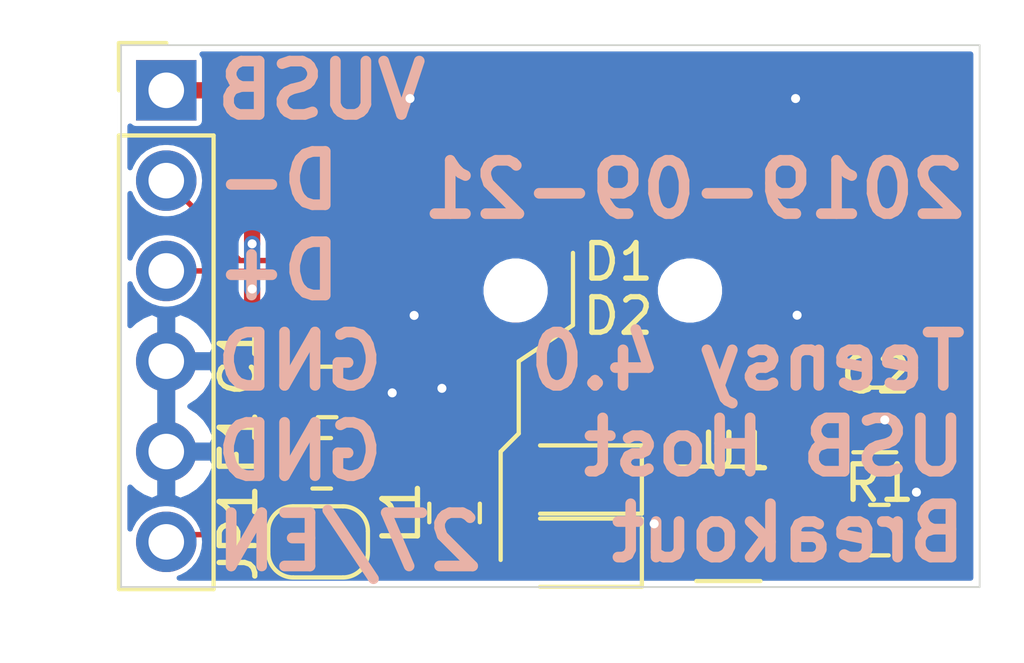
<source format=kicad_pcb>
(kicad_pcb (version 20171130) (host pcbnew "(5.1.4-0-10_14)")

  (general
    (thickness 1.6)
    (drawings 16)
    (tracks 99)
    (zones 0)
    (modules 11)
    (nets 11)
  )

  (page A4)
  (layers
    (0 F.Cu signal)
    (31 B.Cu signal)
    (32 B.Adhes user)
    (33 F.Adhes user)
    (34 B.Paste user)
    (35 F.Paste user)
    (36 B.SilkS user)
    (37 F.SilkS user)
    (38 B.Mask user)
    (39 F.Mask user)
    (40 Dwgs.User user)
    (41 Cmts.User user)
    (42 Eco1.User user)
    (43 Eco2.User user)
    (44 Edge.Cuts user)
    (45 Margin user)
    (46 B.CrtYd user)
    (47 F.CrtYd user)
    (48 B.Fab user)
    (49 F.Fab user)
  )

  (setup
    (last_trace_width 0.4572)
    (user_trace_width 0.1524)
    (user_trace_width 0.3048)
    (user_trace_width 0.4572)
    (trace_clearance 0.1524)
    (zone_clearance 0.1524)
    (zone_45_only no)
    (trace_min 0.1524)
    (via_size 0.3302)
    (via_drill 0.254)
    (via_min_size 0.3302)
    (via_min_drill 0.254)
    (user_via 0.3302 0.254)
    (uvia_size 0.3)
    (uvia_drill 0.1)
    (uvias_allowed no)
    (uvia_min_size 0.2)
    (uvia_min_drill 0.1)
    (edge_width 0.05)
    (segment_width 0.2)
    (pcb_text_width 0.3)
    (pcb_text_size 1.5 1.5)
    (mod_edge_width 0.12)
    (mod_text_size 1 1)
    (mod_text_width 0.15)
    (pad_size 1.524 1.524)
    (pad_drill 0.762)
    (pad_to_mask_clearance 0.051)
    (solder_mask_min_width 0.25)
    (aux_axis_origin 0 0)
    (visible_elements FFFFFF7F)
    (pcbplotparams
      (layerselection 0x010fc_ffffffff)
      (usegerberextensions false)
      (usegerberattributes false)
      (usegerberadvancedattributes false)
      (creategerberjobfile false)
      (excludeedgelayer true)
      (linewidth 0.100000)
      (plotframeref false)
      (viasonmask false)
      (mode 1)
      (useauxorigin false)
      (hpglpennumber 1)
      (hpglpenspeed 20)
      (hpglpendiameter 15.000000)
      (psnegative false)
      (psa4output false)
      (plotreference true)
      (plotvalue true)
      (plotinvisibletext false)
      (padsonsilk false)
      (subtractmaskfromsilk false)
      (outputformat 1)
      (mirror false)
      (drillshape 1)
      (scaleselection 1)
      (outputdirectory ""))
  )

  (net 0 "")
  (net 1 GND)
  (net 2 /VUSB)
  (net 3 /VBUS)
  (net 4 "Net-(D1-Pad2)")
  (net 5 "Net-(D1-Pad1)")
  (net 6 "Net-(F1-Pad1)")
  (net 7 /27)
  (net 8 /D+)
  (net 9 /D-)
  (net 10 "Net-(JP1-Pad2)")

  (net_class Default "This is the default net class."
    (clearance 0.1524)
    (trace_width 0.1524)
    (via_dia 0.3302)
    (via_drill 0.254)
    (uvia_dia 0.3)
    (uvia_drill 0.1)
    (add_net /27)
    (add_net /D+)
    (add_net /D-)
    (add_net /VBUS)
    (add_net /VUSB)
    (add_net GND)
    (add_net "Net-(D1-Pad1)")
    (add_net "Net-(D1-Pad2)")
    (add_net "Net-(F1-Pad1)")
    (add_net "Net-(JP1-Pad2)")
  )

  (module Capacitor_SMD:C_1206_3216Metric_Pad1.42x1.75mm_HandSolder (layer F.Cu) (tedit 5B301BBE) (tstamp 5D856E8C)
    (at 178.6636 113.411)
    (descr "Capacitor SMD 1206 (3216 Metric), square (rectangular) end terminal, IPC_7351 nominal with elongated pad for handsoldering. (Body size source: http://www.tortai-tech.com/upload/download/2011102023233369053.pdf), generated with kicad-footprint-generator")
    (tags "capacitor handsolder")
    (path /5D85B796)
    (attr smd)
    (fp_text reference C2 (at 0.0254 -1.27) (layer F.SilkS)
      (effects (font (size 1 1) (thickness 0.15)))
    )
    (fp_text value 100u (at 0 1.82) (layer F.Fab)
      (effects (font (size 1 1) (thickness 0.15)))
    )
    (fp_text user %R (at 0 0) (layer F.Fab)
      (effects (font (size 0.8 0.8) (thickness 0.12)))
    )
    (fp_line (start 2.45 1.12) (end -2.45 1.12) (layer F.CrtYd) (width 0.05))
    (fp_line (start 2.45 -1.12) (end 2.45 1.12) (layer F.CrtYd) (width 0.05))
    (fp_line (start -2.45 -1.12) (end 2.45 -1.12) (layer F.CrtYd) (width 0.05))
    (fp_line (start -2.45 1.12) (end -2.45 -1.12) (layer F.CrtYd) (width 0.05))
    (fp_line (start -0.602064 0.91) (end 0.602064 0.91) (layer F.SilkS) (width 0.12))
    (fp_line (start -0.602064 -0.91) (end 0.602064 -0.91) (layer F.SilkS) (width 0.12))
    (fp_line (start 1.6 0.8) (end -1.6 0.8) (layer F.Fab) (width 0.1))
    (fp_line (start 1.6 -0.8) (end 1.6 0.8) (layer F.Fab) (width 0.1))
    (fp_line (start -1.6 -0.8) (end 1.6 -0.8) (layer F.Fab) (width 0.1))
    (fp_line (start -1.6 0.8) (end -1.6 -0.8) (layer F.Fab) (width 0.1))
    (pad 2 smd roundrect (at 1.4875 0) (size 1.425 1.75) (layers F.Cu F.Paste F.Mask) (roundrect_rratio 0.175439)
      (net 1 GND))
    (pad 1 smd roundrect (at -1.4875 0) (size 1.425 1.75) (layers F.Cu F.Paste F.Mask) (roundrect_rratio 0.175439)
      (net 3 /VBUS))
    (model ${KISYS3DMOD}/Capacitor_SMD.3dshapes/C_1206_3216Metric.wrl
      (at (xyz 0 0 0))
      (scale (xyz 1 1 1))
      (rotate (xyz 0 0 0))
    )
  )

  (module Capacitor_SMD:C_0805_2012Metric_Pad1.15x1.40mm_HandSolder (layer F.Cu) (tedit 5B36C52B) (tstamp 5D8595C7)
    (at 163.2712 112.6236)
    (descr "Capacitor SMD 0805 (2012 Metric), square (rectangular) end terminal, IPC_7351 nominal with elongated pad for handsoldering. (Body size source: https://docs.google.com/spreadsheets/d/1BsfQQcO9C6DZCsRaXUlFlo91Tg2WpOkGARC1WS5S8t0/edit?usp=sharing), generated with kicad-footprint-generator")
    (tags "capacitor handsolder")
    (path /5D85C976)
    (attr smd)
    (fp_text reference C1 (at -2.4892 -0.8636 90) (layer F.SilkS)
      (effects (font (size 1 1) (thickness 0.15)))
    )
    (fp_text value 2u2 (at 0 1.65) (layer F.Fab)
      (effects (font (size 1 1) (thickness 0.15)))
    )
    (fp_text user %R (at 0 0) (layer F.Fab)
      (effects (font (size 0.5 0.5) (thickness 0.08)))
    )
    (fp_line (start 1.85 0.95) (end -1.85 0.95) (layer F.CrtYd) (width 0.05))
    (fp_line (start 1.85 -0.95) (end 1.85 0.95) (layer F.CrtYd) (width 0.05))
    (fp_line (start -1.85 -0.95) (end 1.85 -0.95) (layer F.CrtYd) (width 0.05))
    (fp_line (start -1.85 0.95) (end -1.85 -0.95) (layer F.CrtYd) (width 0.05))
    (fp_line (start -0.261252 0.71) (end 0.261252 0.71) (layer F.SilkS) (width 0.12))
    (fp_line (start -0.261252 -0.71) (end 0.261252 -0.71) (layer F.SilkS) (width 0.12))
    (fp_line (start 1 0.6) (end -1 0.6) (layer F.Fab) (width 0.1))
    (fp_line (start 1 -0.6) (end 1 0.6) (layer F.Fab) (width 0.1))
    (fp_line (start -1 -0.6) (end 1 -0.6) (layer F.Fab) (width 0.1))
    (fp_line (start -1 0.6) (end -1 -0.6) (layer F.Fab) (width 0.1))
    (pad 2 smd roundrect (at 1.025 0) (size 1.15 1.4) (layers F.Cu F.Paste F.Mask) (roundrect_rratio 0.217391)
      (net 1 GND))
    (pad 1 smd roundrect (at -1.025 0) (size 1.15 1.4) (layers F.Cu F.Paste F.Mask) (roundrect_rratio 0.217391)
      (net 2 /VUSB))
    (model ${KISYS3DMOD}/Capacitor_SMD.3dshapes/C_0805_2012Metric.wrl
      (at (xyz 0 0 0))
      (scale (xyz 1 1 1))
      (rotate (xyz 0 0 0))
    )
  )

  (module Inductor_SMD:L_0805_2012Metric_Pad1.15x1.40mm_HandSolder (layer F.Cu) (tedit 5B36C52B) (tstamp 5D856EC3)
    (at 163.1188 114.6302 180)
    (descr "Capacitor SMD 0805 (2012 Metric), square (rectangular) end terminal, IPC_7351 nominal with elongated pad for handsoldering. (Body size source: https://docs.google.com/spreadsheets/d/1BsfQQcO9C6DZCsRaXUlFlo91Tg2WpOkGARC1WS5S8t0/edit?usp=sharing), generated with kicad-footprint-generator")
    (tags "inductor handsolder")
    (path /5D860271)
    (attr smd)
    (fp_text reference F1 (at 2.3368 0.5842 90) (layer F.SilkS)
      (effects (font (size 1 1) (thickness 0.15)))
    )
    (fp_text value 500mA (at 0 1.65) (layer F.Fab)
      (effects (font (size 1 1) (thickness 0.15)))
    )
    (fp_text user %R (at 0 0) (layer F.Fab)
      (effects (font (size 0.5 0.5) (thickness 0.08)))
    )
    (fp_line (start 1.85 0.95) (end -1.85 0.95) (layer F.CrtYd) (width 0.05))
    (fp_line (start 1.85 -0.95) (end 1.85 0.95) (layer F.CrtYd) (width 0.05))
    (fp_line (start -1.85 -0.95) (end 1.85 -0.95) (layer F.CrtYd) (width 0.05))
    (fp_line (start -1.85 0.95) (end -1.85 -0.95) (layer F.CrtYd) (width 0.05))
    (fp_line (start -0.261252 0.71) (end 0.261252 0.71) (layer F.SilkS) (width 0.12))
    (fp_line (start -0.261252 -0.71) (end 0.261252 -0.71) (layer F.SilkS) (width 0.12))
    (fp_line (start 1 0.6) (end -1 0.6) (layer F.Fab) (width 0.1))
    (fp_line (start 1 -0.6) (end 1 0.6) (layer F.Fab) (width 0.1))
    (fp_line (start -1 -0.6) (end 1 -0.6) (layer F.Fab) (width 0.1))
    (fp_line (start -1 0.6) (end -1 -0.6) (layer F.Fab) (width 0.1))
    (pad 2 smd roundrect (at 1.025 0 180) (size 1.15 1.4) (layers F.Cu F.Paste F.Mask) (roundrect_rratio 0.217391)
      (net 2 /VUSB))
    (pad 1 smd roundrect (at -1.025 0 180) (size 1.15 1.4) (layers F.Cu F.Paste F.Mask) (roundrect_rratio 0.217391)
      (net 6 "Net-(F1-Pad1)"))
    (model ${KISYS3DMOD}/Inductor_SMD.3dshapes/L_0805_2012Metric.wrl
      (at (xyz 0 0 0))
      (scale (xyz 1 1 1))
      (rotate (xyz 0 0 0))
    )
  )

  (module Package_TO_SOT_SMD:SOT-23-6 (layer F.Cu) (tedit 5A02FF57) (tstamp 5D859970)
    (at 174.5488 116.332)
    (descr "6-pin SOT-23 package")
    (tags SOT-23-6)
    (path /5D8543F9)
    (attr smd)
    (fp_text reference U1 (at 0.2032 -2.032) (layer F.SilkS)
      (effects (font (size 1 1) (thickness 0.15)))
    )
    (fp_text value TPD3S014 (at 0 2.9) (layer F.Fab)
      (effects (font (size 1 1) (thickness 0.15)))
    )
    (fp_line (start 0.9 -1.55) (end 0.9 1.55) (layer F.Fab) (width 0.1))
    (fp_line (start 0.9 1.55) (end -0.9 1.55) (layer F.Fab) (width 0.1))
    (fp_line (start -0.9 -0.9) (end -0.9 1.55) (layer F.Fab) (width 0.1))
    (fp_line (start 0.9 -1.55) (end -0.25 -1.55) (layer F.Fab) (width 0.1))
    (fp_line (start -0.9 -0.9) (end -0.25 -1.55) (layer F.Fab) (width 0.1))
    (fp_line (start -1.9 -1.8) (end -1.9 1.8) (layer F.CrtYd) (width 0.05))
    (fp_line (start -1.9 1.8) (end 1.9 1.8) (layer F.CrtYd) (width 0.05))
    (fp_line (start 1.9 1.8) (end 1.9 -1.8) (layer F.CrtYd) (width 0.05))
    (fp_line (start 1.9 -1.8) (end -1.9 -1.8) (layer F.CrtYd) (width 0.05))
    (fp_line (start 0.9 -1.61) (end -1.55 -1.61) (layer F.SilkS) (width 0.12))
    (fp_line (start -0.9 1.61) (end 0.9 1.61) (layer F.SilkS) (width 0.12))
    (fp_text user %R (at 0 0 90) (layer F.Fab)
      (effects (font (size 0.5 0.5) (thickness 0.075)))
    )
    (pad 5 smd rect (at 1.1 0) (size 1.06 0.65) (layers F.Cu F.Paste F.Mask)
      (net 8 /D+))
    (pad 6 smd rect (at 1.1 -0.95) (size 1.06 0.65) (layers F.Cu F.Paste F.Mask)
      (net 9 /D-))
    (pad 4 smd rect (at 1.1 0.95) (size 1.06 0.65) (layers F.Cu F.Paste F.Mask)
      (net 3 /VBUS))
    (pad 3 smd rect (at -1.1 0.95) (size 1.06 0.65) (layers F.Cu F.Paste F.Mask)
      (net 5 "Net-(D1-Pad1)"))
    (pad 2 smd rect (at -1.1 0) (size 1.06 0.65) (layers F.Cu F.Paste F.Mask)
      (net 1 GND))
    (pad 1 smd rect (at -1.1 -0.95) (size 1.06 0.65) (layers F.Cu F.Paste F.Mask)
      (net 10 "Net-(JP1-Pad2)"))
    (model ${KISYS3DMOD}/Package_TO_SOT_SMD.3dshapes/SOT-23-6.wrl
      (at (xyz 0 0 0))
      (scale (xyz 1 1 1))
      (rotate (xyz 0 0 0))
    )
  )

  (module Resistor_SMD:R_0805_2012Metric_Pad1.15x1.40mm_HandSolder (layer F.Cu) (tedit 5B36C52B) (tstamp 5D856F24)
    (at 178.7906 116.5098)
    (descr "Resistor SMD 0805 (2012 Metric), square (rectangular) end terminal, IPC_7351 nominal with elongated pad for handsoldering. (Body size source: https://docs.google.com/spreadsheets/d/1BsfQQcO9C6DZCsRaXUlFlo91Tg2WpOkGARC1WS5S8t0/edit?usp=sharing), generated with kicad-footprint-generator")
    (tags "resistor handsolder")
    (path /5D85600F)
    (attr smd)
    (fp_text reference R1 (at 0 -1.3208) (layer F.SilkS)
      (effects (font (size 1 1) (thickness 0.15)))
    )
    (fp_text value 100k (at 0 1.65) (layer F.Fab)
      (effects (font (size 1 1) (thickness 0.15)))
    )
    (fp_text user %R (at 0 0) (layer F.Fab)
      (effects (font (size 0.5 0.5) (thickness 0.08)))
    )
    (fp_line (start 1.85 0.95) (end -1.85 0.95) (layer F.CrtYd) (width 0.05))
    (fp_line (start 1.85 -0.95) (end 1.85 0.95) (layer F.CrtYd) (width 0.05))
    (fp_line (start -1.85 -0.95) (end 1.85 -0.95) (layer F.CrtYd) (width 0.05))
    (fp_line (start -1.85 0.95) (end -1.85 -0.95) (layer F.CrtYd) (width 0.05))
    (fp_line (start -0.261252 0.71) (end 0.261252 0.71) (layer F.SilkS) (width 0.12))
    (fp_line (start -0.261252 -0.71) (end 0.261252 -0.71) (layer F.SilkS) (width 0.12))
    (fp_line (start 1 0.6) (end -1 0.6) (layer F.Fab) (width 0.1))
    (fp_line (start 1 -0.6) (end 1 0.6) (layer F.Fab) (width 0.1))
    (fp_line (start -1 -0.6) (end 1 -0.6) (layer F.Fab) (width 0.1))
    (fp_line (start -1 0.6) (end -1 -0.6) (layer F.Fab) (width 0.1))
    (pad 2 smd roundrect (at 1.025 0) (size 1.15 1.4) (layers F.Cu F.Paste F.Mask) (roundrect_rratio 0.217391)
      (net 1 GND))
    (pad 1 smd roundrect (at -1.025 0) (size 1.15 1.4) (layers F.Cu F.Paste F.Mask) (roundrect_rratio 0.217391)
      (net 10 "Net-(JP1-Pad2)"))
    (model ${KISYS3DMOD}/Resistor_SMD.3dshapes/R_0805_2012Metric.wrl
      (at (xyz 0 0 0))
      (scale (xyz 1 1 1))
      (rotate (xyz 0 0 0))
    )
  )

  (module Inductor_SMD:L_0805_2012Metric_Pad1.15x1.40mm_HandSolder (layer F.Cu) (tedit 5B36C52B) (tstamp 5D85974C)
    (at 166.8526 116.0272 270)
    (descr "Capacitor SMD 0805 (2012 Metric), square (rectangular) end terminal, IPC_7351 nominal with elongated pad for handsoldering. (Body size source: https://docs.google.com/spreadsheets/d/1BsfQQcO9C6DZCsRaXUlFlo91Tg2WpOkGARC1WS5S8t0/edit?usp=sharing), generated with kicad-footprint-generator")
    (tags "inductor handsolder")
    (path /5D865DA5)
    (attr smd)
    (fp_text reference L1 (at 0 1.4986 90) (layer F.SilkS)
      (effects (font (size 1 1) (thickness 0.15)))
    )
    (fp_text value "ferrite 150" (at 0 1.65 90) (layer F.Fab)
      (effects (font (size 1 1) (thickness 0.15)))
    )
    (fp_text user %R (at 0 0 90) (layer F.Fab)
      (effects (font (size 0.5 0.5) (thickness 0.08)))
    )
    (fp_line (start 1.85 0.95) (end -1.85 0.95) (layer F.CrtYd) (width 0.05))
    (fp_line (start 1.85 -0.95) (end 1.85 0.95) (layer F.CrtYd) (width 0.05))
    (fp_line (start -1.85 -0.95) (end 1.85 -0.95) (layer F.CrtYd) (width 0.05))
    (fp_line (start -1.85 0.95) (end -1.85 -0.95) (layer F.CrtYd) (width 0.05))
    (fp_line (start -0.261252 0.71) (end 0.261252 0.71) (layer F.SilkS) (width 0.12))
    (fp_line (start -0.261252 -0.71) (end 0.261252 -0.71) (layer F.SilkS) (width 0.12))
    (fp_line (start 1 0.6) (end -1 0.6) (layer F.Fab) (width 0.1))
    (fp_line (start 1 -0.6) (end 1 0.6) (layer F.Fab) (width 0.1))
    (fp_line (start -1 -0.6) (end 1 -0.6) (layer F.Fab) (width 0.1))
    (fp_line (start -1 0.6) (end -1 -0.6) (layer F.Fab) (width 0.1))
    (pad 2 smd roundrect (at 1.025 0 270) (size 1.15 1.4) (layers F.Cu F.Paste F.Mask) (roundrect_rratio 0.217391)
      (net 4 "Net-(D1-Pad2)"))
    (pad 1 smd roundrect (at -1.025 0 270) (size 1.15 1.4) (layers F.Cu F.Paste F.Mask) (roundrect_rratio 0.217391)
      (net 6 "Net-(F1-Pad1)"))
    (model ${KISYS3DMOD}/Inductor_SMD.3dshapes/L_0805_2012Metric.wrl
      (at (xyz 0 0 0))
      (scale (xyz 1 1 1))
      (rotate (xyz 0 0 0))
    )
  )

  (module Jumper:SolderJumper-2_P1.3mm_Open_RoundedPad1.0x1.5mm (layer F.Cu) (tedit 5B391E66) (tstamp 5D856F02)
    (at 163.0172 116.84)
    (descr "SMD Solder Jumper, 1x1.5mm, rounded Pads, 0.3mm gap, open")
    (tags "solder jumper open")
    (path /5D870030)
    (attr virtual)
    (fp_text reference JP1 (at -2.2352 -0.254 90) (layer F.SilkS)
      (effects (font (size 1 1) (thickness 0.15)))
    )
    (fp_text value EN (at 0.2478 2.3226) (layer F.Fab)
      (effects (font (size 1 1) (thickness 0.15)))
    )
    (fp_line (start 1.65 1.25) (end -1.65 1.25) (layer F.CrtYd) (width 0.05))
    (fp_line (start 1.65 1.25) (end 1.65 -1.25) (layer F.CrtYd) (width 0.05))
    (fp_line (start -1.65 -1.25) (end -1.65 1.25) (layer F.CrtYd) (width 0.05))
    (fp_line (start -1.65 -1.25) (end 1.65 -1.25) (layer F.CrtYd) (width 0.05))
    (fp_line (start -0.7 -1) (end 0.7 -1) (layer F.SilkS) (width 0.12))
    (fp_line (start 1.4 -0.3) (end 1.4 0.3) (layer F.SilkS) (width 0.12))
    (fp_line (start 0.7 1) (end -0.7 1) (layer F.SilkS) (width 0.12))
    (fp_line (start -1.4 0.3) (end -1.4 -0.3) (layer F.SilkS) (width 0.12))
    (fp_arc (start -0.7 -0.3) (end -0.7 -1) (angle -90) (layer F.SilkS) (width 0.12))
    (fp_arc (start -0.7 0.3) (end -1.4 0.3) (angle -90) (layer F.SilkS) (width 0.12))
    (fp_arc (start 0.7 0.3) (end 0.7 1) (angle -90) (layer F.SilkS) (width 0.12))
    (fp_arc (start 0.7 -0.3) (end 1.4 -0.3) (angle -90) (layer F.SilkS) (width 0.12))
    (pad 2 smd custom (at 0.65 0) (size 1 0.5) (layers F.Cu F.Mask)
      (net 10 "Net-(JP1-Pad2)") (zone_connect 2)
      (options (clearance outline) (anchor rect))
      (primitives
        (gr_circle (center 0 0.25) (end 0.5 0.25) (width 0))
        (gr_circle (center 0 -0.25) (end 0.5 -0.25) (width 0))
        (gr_poly (pts
           (xy 0 -0.75) (xy -0.5 -0.75) (xy -0.5 0.75) (xy 0 0.75)) (width 0))
      ))
    (pad 1 smd custom (at -0.65 0) (size 1 0.5) (layers F.Cu F.Mask)
      (net 7 /27) (zone_connect 2)
      (options (clearance outline) (anchor rect))
      (primitives
        (gr_circle (center 0 0.25) (end 0.5 0.25) (width 0))
        (gr_circle (center 0 -0.25) (end 0.5 -0.25) (width 0))
        (gr_poly (pts
           (xy 0 -0.75) (xy 0.5 -0.75) (xy 0.5 0.75) (xy 0 0.75)) (width 0))
      ))
  )

  (module USB_A_Receptacle_SMD_Wuerth_629104190121:USB_A_Receptacle_SMD_Wuerth_629104190121 (layer F.Cu) (tedit 5D7E69EB) (tstamp 5D859869)
    (at 171.0182 112.4712 180)
    (path /5D8523A9)
    (fp_text reference J2 (at 0.1 12.1) (layer F.SilkS) hide
      (effects (font (size 1 1) (thickness 0.15)))
    )
    (fp_text value USB_A (at -0.3 -2.5) (layer F.Fab)
      (effects (font (size 1 1) (thickness 0.15)))
    )
    (fp_line (start -6.55 10.8) (end -6.55 0.8) (layer Dwgs.User) (width 0.06))
    (fp_line (start -6.55 10.8) (end 6.55 10.8) (layer Dwgs.User) (width 0.06))
    (fp_line (start 6.55 0.8) (end 6.55 10.8) (layer Dwgs.User) (width 0.06))
    (fp_line (start -6.55 0.8) (end 6.55 0.8) (layer Dwgs.User) (width 0.06))
    (fp_line (start -9 9.6) (end 9 9.6) (layer Dwgs.User) (width 0.12))
    (pad "" np_thru_hole circle (at 2.45 2.7 180) (size 1.5 1.5) (drill 1.5) (layers *.Cu *.Mask))
    (pad "" np_thru_hole circle (at -2.45 2.7 180) (size 1.5 1.5) (drill 1.5) (layers *.Cu *.Mask))
    (pad 5 smd rect (at 7.625 8.1 180) (size 3.5 2) (layers F.Cu F.Paste F.Mask)
      (net 1 GND))
    (pad 5 smd rect (at 7.625 2 180) (size 3.5 2) (layers F.Cu F.Paste F.Mask)
      (net 1 GND))
    (pad 5 smd rect (at -7.625 8.1 180) (size 3.5 2) (layers F.Cu F.Paste F.Mask)
      (net 1 GND))
    (pad 5 smd rect (at -7.625 2 180) (size 3.5 2) (layers F.Cu F.Paste F.Mask)
      (net 1 GND))
    (pad 4 smd rect (at 3.5 0 180) (size 1.25 2) (layers F.Cu F.Paste F.Mask)
      (net 1 GND))
    (pad 3 smd rect (at 1 0 180) (size 1.25 2) (layers F.Cu F.Paste F.Mask)
      (net 8 /D+))
    (pad 2 smd rect (at -1 0 180) (size 1.25 2) (layers F.Cu F.Paste F.Mask)
      (net 9 /D-))
    (pad 1 smd rect (at -3.5 0 180) (size 1.25 2) (layers F.Cu F.Paste F.Mask)
      (net 3 /VBUS))
  )

  (module Connector_PinHeader_2.54mm:PinHeader_1x06_P2.54mm_Vertical (layer F.Cu) (tedit 59FED5CC) (tstamp 5D856EDD)
    (at 158.75 104.14)
    (descr "Through hole straight pin header, 1x06, 2.54mm pitch, single row")
    (tags "Through hole pin header THT 1x06 2.54mm single row")
    (path /5D850F31)
    (fp_text reference J1 (at 0 -2.33) (layer F.SilkS) hide
      (effects (font (size 1 1) (thickness 0.15)))
    )
    (fp_text value Conn_01x06 (at 0 15.03) (layer F.Fab)
      (effects (font (size 1 1) (thickness 0.15)))
    )
    (fp_text user %R (at 0 6.35 90) (layer F.Fab)
      (effects (font (size 1 1) (thickness 0.15)))
    )
    (fp_line (start 1.8 -1.8) (end -1.8 -1.8) (layer F.CrtYd) (width 0.05))
    (fp_line (start 1.8 14.5) (end 1.8 -1.8) (layer F.CrtYd) (width 0.05))
    (fp_line (start -1.8 14.5) (end 1.8 14.5) (layer F.CrtYd) (width 0.05))
    (fp_line (start -1.8 -1.8) (end -1.8 14.5) (layer F.CrtYd) (width 0.05))
    (fp_line (start -1.33 -1.33) (end 0 -1.33) (layer F.SilkS) (width 0.12))
    (fp_line (start -1.33 0) (end -1.33 -1.33) (layer F.SilkS) (width 0.12))
    (fp_line (start -1.33 1.27) (end 1.33 1.27) (layer F.SilkS) (width 0.12))
    (fp_line (start 1.33 1.27) (end 1.33 14.03) (layer F.SilkS) (width 0.12))
    (fp_line (start -1.33 1.27) (end -1.33 14.03) (layer F.SilkS) (width 0.12))
    (fp_line (start -1.33 14.03) (end 1.33 14.03) (layer F.SilkS) (width 0.12))
    (fp_line (start -1.27 -0.635) (end -0.635 -1.27) (layer F.Fab) (width 0.1))
    (fp_line (start -1.27 13.97) (end -1.27 -0.635) (layer F.Fab) (width 0.1))
    (fp_line (start 1.27 13.97) (end -1.27 13.97) (layer F.Fab) (width 0.1))
    (fp_line (start 1.27 -1.27) (end 1.27 13.97) (layer F.Fab) (width 0.1))
    (fp_line (start -0.635 -1.27) (end 1.27 -1.27) (layer F.Fab) (width 0.1))
    (pad 6 thru_hole oval (at 0 12.7) (size 1.7 1.7) (drill 1) (layers *.Cu *.Mask)
      (net 7 /27))
    (pad 5 thru_hole oval (at 0 10.16) (size 1.7 1.7) (drill 1) (layers *.Cu *.Mask)
      (net 1 GND))
    (pad 4 thru_hole oval (at 0 7.62) (size 1.7 1.7) (drill 1) (layers *.Cu *.Mask)
      (net 1 GND))
    (pad 3 thru_hole oval (at 0 5.08) (size 1.7 1.7) (drill 1) (layers *.Cu *.Mask)
      (net 8 /D+))
    (pad 2 thru_hole oval (at 0 2.54) (size 1.7 1.7) (drill 1) (layers *.Cu *.Mask)
      (net 9 /D-))
    (pad 1 thru_hole rect (at 0 0) (size 1.7 1.7) (drill 1) (layers *.Cu *.Mask)
      (net 2 /VUSB))
    (model ${KISYS3DMOD}/Connector_PinHeader_2.54mm.3dshapes/PinHeader_1x06_P2.54mm_Vertical.wrl
      (at (xyz 0 0 0))
      (scale (xyz 1 1 1))
      (rotate (xyz 0 0 0))
    )
  )

  (module Diode_SMD:D_0805_2012Metric_Pad1.15x1.40mm_HandSolder (layer F.Cu) (tedit 5B4B45C8) (tstamp 5D856EB2)
    (at 170.2562 117.1448 180)
    (descr "Diode SMD 0805 (2012 Metric), square (rectangular) end terminal, IPC_7351 nominal, (Body size source: https://docs.google.com/spreadsheets/d/1BsfQQcO9C6DZCsRaXUlFlo91Tg2WpOkGARC1WS5S8t0/edit?usp=sharing), generated with kicad-footprint-generator")
    (tags "diode handsolder")
    (path /5D862829)
    (attr smd)
    (fp_text reference D2 (at -1.1938 6.6548) (layer F.SilkS)
      (effects (font (size 1 1) (thickness 0.15)))
    )
    (fp_text value 1A (at 0 1.65) (layer F.Fab)
      (effects (font (size 1 1) (thickness 0.15)))
    )
    (fp_text user %R (at 0 0) (layer F.Fab)
      (effects (font (size 0.5 0.5) (thickness 0.08)))
    )
    (fp_line (start 1.85 0.95) (end -1.85 0.95) (layer F.CrtYd) (width 0.05))
    (fp_line (start 1.85 -0.95) (end 1.85 0.95) (layer F.CrtYd) (width 0.05))
    (fp_line (start -1.85 -0.95) (end 1.85 -0.95) (layer F.CrtYd) (width 0.05))
    (fp_line (start -1.85 0.95) (end -1.85 -0.95) (layer F.CrtYd) (width 0.05))
    (fp_line (start -1.86 0.96) (end 1 0.96) (layer F.SilkS) (width 0.12))
    (fp_line (start -1.86 -0.96) (end -1.86 0.96) (layer F.SilkS) (width 0.12))
    (fp_line (start 1 -0.96) (end -1.86 -0.96) (layer F.SilkS) (width 0.12))
    (fp_line (start 1 0.6) (end 1 -0.6) (layer F.Fab) (width 0.1))
    (fp_line (start -1 0.6) (end 1 0.6) (layer F.Fab) (width 0.1))
    (fp_line (start -1 -0.3) (end -1 0.6) (layer F.Fab) (width 0.1))
    (fp_line (start -0.7 -0.6) (end -1 -0.3) (layer F.Fab) (width 0.1))
    (fp_line (start 1 -0.6) (end -0.7 -0.6) (layer F.Fab) (width 0.1))
    (pad 2 smd roundrect (at 1.025 0 180) (size 1.15 1.4) (layers F.Cu F.Paste F.Mask) (roundrect_rratio 0.217391)
      (net 4 "Net-(D1-Pad2)"))
    (pad 1 smd roundrect (at -1.025 0 180) (size 1.15 1.4) (layers F.Cu F.Paste F.Mask) (roundrect_rratio 0.217391)
      (net 5 "Net-(D1-Pad1)"))
    (model ${KISYS3DMOD}/Diode_SMD.3dshapes/D_0805_2012Metric.wrl
      (at (xyz 0 0 0))
      (scale (xyz 1 1 1))
      (rotate (xyz 0 0 0))
    )
  )

  (module Diode_SMD:D_0805_2012Metric_Pad1.15x1.40mm_HandSolder (layer F.Cu) (tedit 5B4B45C8) (tstamp 5D856E9F)
    (at 170.2562 115.0874 180)
    (descr "Diode SMD 0805 (2012 Metric), square (rectangular) end terminal, IPC_7351 nominal, (Body size source: https://docs.google.com/spreadsheets/d/1BsfQQcO9C6DZCsRaXUlFlo91Tg2WpOkGARC1WS5S8t0/edit?usp=sharing), generated with kicad-footprint-generator")
    (tags "diode handsolder")
    (path /5D863E89)
    (attr smd)
    (fp_text reference D1 (at -1.1938 6.1214) (layer F.SilkS)
      (effects (font (size 1 1) (thickness 0.15)))
    )
    (fp_text value 1A (at 0 1.65) (layer F.Fab)
      (effects (font (size 1 1) (thickness 0.15)))
    )
    (fp_text user %R (at 0 0) (layer F.Fab)
      (effects (font (size 0.5 0.5) (thickness 0.08)))
    )
    (fp_line (start 1.85 0.95) (end -1.85 0.95) (layer F.CrtYd) (width 0.05))
    (fp_line (start 1.85 -0.95) (end 1.85 0.95) (layer F.CrtYd) (width 0.05))
    (fp_line (start -1.85 -0.95) (end 1.85 -0.95) (layer F.CrtYd) (width 0.05))
    (fp_line (start -1.85 0.95) (end -1.85 -0.95) (layer F.CrtYd) (width 0.05))
    (fp_line (start -1.86 0.96) (end 1 0.96) (layer F.SilkS) (width 0.12))
    (fp_line (start -1.86 -0.96) (end -1.86 0.96) (layer F.SilkS) (width 0.12))
    (fp_line (start 1 -0.96) (end -1.86 -0.96) (layer F.SilkS) (width 0.12))
    (fp_line (start 1 0.6) (end 1 -0.6) (layer F.Fab) (width 0.1))
    (fp_line (start -1 0.6) (end 1 0.6) (layer F.Fab) (width 0.1))
    (fp_line (start -1 -0.3) (end -1 0.6) (layer F.Fab) (width 0.1))
    (fp_line (start -0.7 -0.6) (end -1 -0.3) (layer F.Fab) (width 0.1))
    (fp_line (start 1 -0.6) (end -0.7 -0.6) (layer F.Fab) (width 0.1))
    (pad 2 smd roundrect (at 1.025 0 180) (size 1.15 1.4) (layers F.Cu F.Paste F.Mask) (roundrect_rratio 0.217391)
      (net 4 "Net-(D1-Pad2)"))
    (pad 1 smd roundrect (at -1.025 0 180) (size 1.15 1.4) (layers F.Cu F.Paste F.Mask) (roundrect_rratio 0.217391)
      (net 5 "Net-(D1-Pad1)"))
    (model ${KISYS3DMOD}/Diode_SMD.3dshapes/D_0805_2012Metric.wrl
      (at (xyz 0 0 0))
      (scale (xyz 1 1 1))
      (rotate (xyz 0 0 0))
    )
  )

  (gr_line (start 168.148 114.3) (end 168.148 117.348) (layer F.SilkS) (width 0.12))
  (gr_line (start 168.656 113.792) (end 168.148 114.3) (layer F.SilkS) (width 0.12))
  (gr_line (start 168.656 111.76) (end 168.656 113.792) (layer F.SilkS) (width 0.12))
  (gr_line (start 170.18 110.744) (end 168.656 111.76) (layer F.SilkS) (width 0.12))
  (gr_line (start 170.18 108.712) (end 170.18 110.744) (layer F.SilkS) (width 0.12))
  (gr_text "2019-09-21\n\nTeensy 4.0\nUSB Host\nBreakout\n" (at 181.356 111.76) (layer B.SilkS) (tstamp 5D85A7F4)
    (effects (font (size 1.5 1.5) (thickness 0.3)) (justify left mirror))
  )
  (gr_text 27/EN (at 160.02 116.84) (layer B.SilkS) (tstamp 5D85A6DC)
    (effects (font (size 1.5 1.5) (thickness 0.3)) (justify right mirror))
  )
  (gr_text GND (at 160.02 114.3) (layer B.SilkS) (tstamp 5D85A6DC)
    (effects (font (size 1.5 1.5) (thickness 0.3)) (justify right mirror))
  )
  (gr_text GND (at 160.02 111.76) (layer B.SilkS) (tstamp 5D85A6DC)
    (effects (font (size 1.5 1.5) (thickness 0.3)) (justify right mirror))
  )
  (gr_text D+ (at 160.02 109.22) (layer B.SilkS) (tstamp 5D85A6DC)
    (effects (font (size 1.5 1.5) (thickness 0.3)) (justify right mirror))
  )
  (gr_text D- (at 160.02 106.68) (layer B.SilkS) (tstamp 5D85A6DC)
    (effects (font (size 1.5 1.5) (thickness 0.3)) (justify right mirror))
  )
  (gr_text VUSB (at 160.02 104.14) (layer B.SilkS)
    (effects (font (size 1.5 1.5) (thickness 0.3)) (justify right mirror))
  )
  (gr_line (start 157.48 118.11) (end 157.48 102.87) (layer Edge.Cuts) (width 0.05) (tstamp 5D859397))
  (gr_line (start 181.61 118.11) (end 157.48 118.11) (layer Edge.Cuts) (width 0.05))
  (gr_line (start 181.61 102.87) (end 181.61 118.11) (layer Edge.Cuts) (width 0.05))
  (gr_line (start 157.48 102.87) (end 181.61 102.87) (layer Edge.Cuts) (width 0.05))

  (segment (start 163.3932 104.3712) (end 165.6004 104.3712) (width 0.4572) (layer F.Cu) (net 1) (status 10))
  (via (at 165.6004 104.3712) (size 0.3302) (drill 0.254) (layers F.Cu B.Cu) (net 1))
  (segment (start 165.6284 104.3432) (end 165.6004 104.3712) (width 0.4572) (layer F.Cu) (net 1))
  (segment (start 176.436 104.3712) (end 176.4334 104.3686) (width 0.4572) (layer F.Cu) (net 1))
  (segment (start 178.6432 104.3712) (end 176.436 104.3712) (width 0.4572) (layer F.Cu) (net 1) (status 10))
  (via (at 176.436 104.3712) (size 0.3302) (drill 0.254) (layers F.Cu B.Cu) (net 1))
  (via (at 176.4792 110.4646) (size 0.3302) (drill 0.254) (layers F.Cu B.Cu) (net 1))
  (segment (start 176.4858 110.4712) (end 176.4792 110.4646) (width 0.4572) (layer F.Cu) (net 1))
  (segment (start 178.6432 110.4712) (end 176.4858 110.4712) (width 0.4572) (layer F.Cu) (net 1) (status 10))
  (segment (start 165.0746 112.6236) (end 165.1 112.649) (width 0.4572) (layer F.Cu) (net 1))
  (via (at 165.1 112.649) (size 0.3302) (drill 0.254) (layers F.Cu B.Cu) (net 1))
  (segment (start 164.1462 112.6236) (end 165.0746 112.6236) (width 0.4572) (layer F.Cu) (net 1) (status 10))
  (via (at 166.497 112.522) (size 0.3302) (drill 0.254) (layers F.Cu B.Cu) (net 1))
  (segment (start 166.5478 112.4712) (end 166.497 112.522) (width 0.4572) (layer F.Cu) (net 1))
  (segment (start 167.5182 112.4712) (end 166.5478 112.4712) (width 0.4572) (layer F.Cu) (net 1) (status 10))
  (via (at 165.7162 110.4712) (size 0.3302) (drill 0.254) (layers F.Cu B.Cu) (net 1))
  (segment (start 165.7162 110.4712) (end 163.3932 110.4712) (width 0.4572) (layer F.Cu) (net 1) (status 20))
  (segment (start 173.4488 116.332) (end 172.4616 116.332) (width 0.4572) (layer F.Cu) (net 1))
  (via (at 172.4616 116.332) (size 0.3302) (drill 0.254) (layers F.Cu B.Cu) (net 1))
  (segment (start 179.4636 116.1578) (end 179.8156 116.5098) (width 0.4572) (layer F.Cu) (net 1))
  (segment (start 179.832 115.443) (end 179.4636 116.1578) (width 0.4572) (layer F.Cu) (net 1))
  (via (at 179.832 115.443) (size 0.3302) (drill 0.254) (layers F.Cu B.Cu) (net 1))
  (segment (start 180.1511 113.411) (end 179.3386 113.411) (width 0.4572) (layer F.Cu) (net 1))
  (via (at 178.943 113.411) (size 0.3302) (drill 0.254) (layers F.Cu B.Cu) (net 1))
  (segment (start 179.3386 113.411) (end 178.943 113.411) (width 0.4572) (layer F.Cu) (net 1))
  (segment (start 161.897128 112.124528) (end 161.610726 112.124528) (width 0.4572) (layer F.Cu) (net 2) (status 10))
  (segment (start 161.610726 112.124528) (end 161.163 111.676802) (width 0.4572) (layer F.Cu) (net 2))
  (segment (start 162.3962 112.6236) (end 161.897128 112.124528) (width 0.4572) (layer F.Cu) (net 2) (status 30))
  (via (at 161.163 109.728) (size 0.3302) (drill 0.254) (layers F.Cu B.Cu) (net 2))
  (segment (start 161.163 111.676802) (end 161.163 109.728) (width 0.4572) (layer F.Cu) (net 2))
  (segment (start 161.163 109.728) (end 161.163 108.458) (width 0.4572) (layer B.Cu) (net 2))
  (via (at 161.163 108.458) (size 0.3302) (drill 0.254) (layers F.Cu B.Cu) (net 2))
  (segment (start 161.163 105.2458) (end 160.0572 104.14) (width 0.4572) (layer F.Cu) (net 2))
  (segment (start 160.0572 104.14) (end 158.75 104.14) (width 0.4572) (layer F.Cu) (net 2) (status 20))
  (segment (start 161.163 108.458) (end 161.163 105.2458) (width 0.4572) (layer F.Cu) (net 2))
  (segment (start 162.0938 112.926) (end 162.3962 112.6236) (width 0.4572) (layer F.Cu) (net 2) (status 30))
  (segment (start 162.0938 114.6302) (end 162.0938 112.926) (width 0.4572) (layer F.Cu) (net 2) (status 30))
  (segment (start 175.6358 113.5888) (end 174.5182 112.4712) (width 0.4572) (layer F.Cu) (net 3) (status 20))
  (segment (start 177.8636 113.5888) (end 175.6358 113.5888) (width 0.4572) (layer F.Cu) (net 3) (status 10))
  (segment (start 176.80959 115.798424) (end 177.8636 114.744414) (width 0.4572) (layer F.Cu) (net 3))
  (segment (start 177.8636 114.744414) (end 177.8636 113.5888) (width 0.4572) (layer F.Cu) (net 3) (status 20))
  (segment (start 176.80959 117.10841) (end 176.80959 115.798424) (width 0.4572) (layer F.Cu) (net 3))
  (segment (start 176.636 117.282) (end 176.80959 117.10841) (width 0.4572) (layer F.Cu) (net 3))
  (segment (start 175.6488 117.282) (end 176.636 117.282) (width 0.4572) (layer F.Cu) (net 3) (status 10))
  (segment (start 169.2566 114.8588) (end 169.2566 116.9416) (width 0.4572) (layer F.Cu) (net 4) (status 30))
  (segment (start 169.146 117.0522) (end 169.2566 116.9416) (width 0.4572) (layer F.Cu) (net 4) (status 30))
  (segment (start 166.8526 117.0522) (end 169.146 117.0522) (width 0.4572) (layer F.Cu) (net 4) (status 30))
  (segment (start 171.3066 114.8588) (end 171.3066 116.9416) (width 0.4572) (layer F.Cu) (net 5) (status 30))
  (segment (start 173.3116 117.1448) (end 173.4488 117.282) (width 0.4572) (layer F.Cu) (net 5) (status 30))
  (segment (start 171.4184 117.282) (end 171.2812 117.1448) (width 0.4572) (layer F.Cu) (net 5))
  (segment (start 173.4488 117.282) (end 171.4184 117.282) (width 0.4572) (layer F.Cu) (net 5))
  (segment (start 166.4806 114.6302) (end 166.8526 115.0022) (width 0.4572) (layer F.Cu) (net 6) (status 30))
  (segment (start 164.1438 114.6302) (end 166.4806 114.6302) (width 0.4572) (layer F.Cu) (net 6) (status 30))
  (segment (start 158.9532 116.6368) (end 158.75 116.84) (width 0.1524) (layer F.Cu) (net 7) (status 30))
  (segment (start 162.3926 116.6368) (end 158.9532 116.6368) (width 0.1524) (layer F.Cu) (net 7) (status 30))
  (segment (start 170.0182 112.8462) (end 170.964 113.792) (width 0.1524) (layer F.Cu) (net 8) (status 10))
  (segment (start 174.9664 116.332) (end 175.6488 116.332) (width 0.1524) (layer F.Cu) (net 8) (status 20))
  (segment (start 170.0182 112.4712) (end 170.0182 112.8462) (width 0.1524) (layer F.Cu) (net 8) (status 30))
  (segment (start 174.512212 115.17893) (end 174.512212 115.877812) (width 0.1524) (layer F.Cu) (net 8))
  (segment (start 170.964 113.792) (end 173.125282 113.792) (width 0.1524) (layer F.Cu) (net 8))
  (segment (start 173.125282 113.792) (end 174.512212 115.17893) (width 0.1524) (layer F.Cu) (net 8))
  (segment (start 174.512212 115.877812) (end 174.9664 116.332) (width 0.1524) (layer F.Cu) (net 8))
  (segment (start 170.0182 112.0962) (end 170.0182 112.4712) (width 0.1524) (layer F.Cu) (net 8) (status 30))
  (segment (start 168.976612 111.054612) (end 170.0182 112.0962) (width 0.1524) (layer F.Cu) (net 8) (status 20))
  (segment (start 167.646545 111.054612) (end 168.976612 111.054612) (width 0.1524) (layer F.Cu) (net 8))
  (segment (start 158.75 109.22) (end 159.952081 109.22) (width 0.1524) (layer F.Cu) (net 8) (status 10))
  (segment (start 165.824645 109.232712) (end 167.646545 111.054612) (width 0.1524) (layer F.Cu) (net 8))
  (segment (start 159.952081 109.22) (end 159.964793 109.232712) (width 0.1524) (layer F.Cu) (net 8))
  (segment (start 159.964793 109.232712) (end 165.824645 109.232712) (width 0.1524) (layer F.Cu) (net 8))
  (segment (start 172.0182 112.4712) (end 172.0182 112.8462) (width 0.1524) (layer F.Cu) (net 9) (status 30))
  (segment (start 172.481718 112.4712) (end 173.609 113.598482) (width 0.1524) (layer F.Cu) (net 9) (status 10))
  (segment (start 172.0182 112.4712) (end 172.481718 112.4712) (width 0.1524) (layer F.Cu) (net 9) (status 30))
  (segment (start 175.6488 115.382) (end 175.392518 115.382) (width 0.1524) (layer F.Cu) (net 9) (status 30))
  (segment (start 175.392518 115.382) (end 173.664599 113.654081) (width 0.1524) (layer F.Cu) (net 9) (status 10))
  (segment (start 175.6742 115.4074) (end 175.6488 115.382) (width 0.1524) (layer F.Cu) (net 9) (status 30))
  (segment (start 175.6742 115.57) (end 175.6742 115.4074) (width 0.1524) (layer F.Cu) (net 9) (status 30))
  (segment (start 170.995131 110.749801) (end 172.0182 111.77287) (width 0.1524) (layer F.Cu) (net 9) (status 20))
  (segment (start 167.772801 110.749801) (end 170.995131 110.749801) (width 0.1524) (layer F.Cu) (net 9))
  (segment (start 160.821623 108.927901) (end 165.950901 108.927901) (width 0.1524) (layer F.Cu) (net 9))
  (segment (start 165.950901 108.927901) (end 167.772801 110.749801) (width 0.1524) (layer F.Cu) (net 9))
  (segment (start 172.0182 111.77287) (end 172.0182 112.4712) (width 0.1524) (layer F.Cu) (net 9) (status 30))
  (segment (start 159.599999 107.706277) (end 160.821623 108.927901) (width 0.1524) (layer F.Cu) (net 9))
  (segment (start 158.75 106.68) (end 159.599999 107.529999) (width 0.1524) (layer F.Cu) (net 9) (status 10))
  (segment (start 159.599999 107.529999) (end 159.599999 107.706277) (width 0.1524) (layer F.Cu) (net 9))
  (segment (start 164.25861 116.24859) (end 163.6672 116.84) (width 0.1524) (layer F.Cu) (net 10) (status 20))
  (segment (start 167.058068 116.24859) (end 164.25861 116.24859) (width 0.1524) (layer F.Cu) (net 10))
  (segment (start 167.78121 115.525448) (end 167.058068 116.24859) (width 0.1524) (layer F.Cu) (net 10))
  (segment (start 167.78121 115.085532) (end 167.78121 115.525448) (width 0.1524) (layer F.Cu) (net 10))
  (segment (start 172.02059 114.15879) (end 168.707952 114.15879) (width 0.1524) (layer F.Cu) (net 10))
  (segment (start 173.2438 115.382) (end 172.02059 114.15879) (width 0.1524) (layer F.Cu) (net 10) (status 10))
  (segment (start 168.707952 114.15879) (end 167.78121 115.085532) (width 0.1524) (layer F.Cu) (net 10))
  (segment (start 173.4488 115.382) (end 173.2438 115.382) (width 0.1524) (layer F.Cu) (net 10) (status 30))
  (segment (start 174.1312 115.382) (end 173.4488 115.382) (width 0.1524) (layer F.Cu) (net 10) (status 20))
  (segment (start 174.207401 115.458201) (end 174.1312 115.382) (width 0.1524) (layer F.Cu) (net 10))
  (segment (start 174.207401 117.107083) (end 174.207401 115.458201) (width 0.1524) (layer F.Cu) (net 10))
  (segment (start 174.935919 117.835601) (end 174.207401 117.107083) (width 0.1524) (layer F.Cu) (net 10))
  (segment (start 177.239799 117.835601) (end 174.935919 117.835601) (width 0.1524) (layer F.Cu) (net 10))
  (segment (start 177.7656 116.5098) (end 177.7656 117.3098) (width 0.1524) (layer F.Cu) (net 10) (status 10))
  (segment (start 177.7656 117.3098) (end 177.239799 117.835601) (width 0.1524) (layer F.Cu) (net 10))

  (zone (net 1) (net_name GND) (layer B.Cu) (tstamp 0) (hatch edge 0.508)
    (connect_pads (clearance 0.1524))
    (min_thickness 0.1524)
    (fill yes (arc_segments 32) (thermal_gap 0.508) (thermal_bridge_width 0.508))
    (polygon
      (pts
        (xy 182.88 101.6) (xy 182.88 119.38) (xy 154.94 119.38) (xy 154.94 101.6) (xy 157.48 101.6)
      )
    )
    (filled_polygon
      (pts
        (xy 181.356401 117.8564) (xy 159.115037 117.8564) (xy 159.164759 117.841317) (xy 159.352137 117.741162) (xy 159.516375 117.606375)
        (xy 159.651162 117.442137) (xy 159.751317 117.254759) (xy 159.812993 117.051442) (xy 159.833818 116.84) (xy 159.812993 116.628558)
        (xy 159.751317 116.425241) (xy 159.651162 116.237863) (xy 159.516375 116.073625) (xy 159.352137 115.938838) (xy 159.164759 115.838683)
        (xy 158.961442 115.777007) (xy 158.80298 115.7614) (xy 158.69702 115.7614) (xy 158.538558 115.777007) (xy 158.335241 115.838683)
        (xy 158.147863 115.938838) (xy 157.983625 116.073625) (xy 157.848838 116.237863) (xy 157.748683 116.425241) (xy 157.7336 116.474963)
        (xy 157.7336 115.302467) (xy 157.85481 115.420529) (xy 158.090615 115.573641) (xy 158.35176 115.677808) (xy 158.5722 115.577093)
        (xy 158.5722 114.4778) (xy 158.9278 114.4778) (xy 158.9278 115.577093) (xy 159.14824 115.677808) (xy 159.409385 115.573641)
        (xy 159.64519 115.420529) (xy 159.846594 115.224355) (xy 160.005856 114.992659) (xy 160.116856 114.734344) (xy 160.127801 114.698239)
        (xy 160.02582 114.4778) (xy 158.9278 114.4778) (xy 158.5722 114.4778) (xy 158.5522 114.4778) (xy 158.5522 114.1222)
        (xy 158.5722 114.1222) (xy 158.5722 111.9378) (xy 158.9278 111.9378) (xy 158.9278 114.1222) (xy 160.02582 114.1222)
        (xy 160.127801 113.901761) (xy 160.116856 113.865656) (xy 160.005856 113.607341) (xy 159.846594 113.375645) (xy 159.64519 113.179471)
        (xy 159.414992 113.03) (xy 159.64519 112.880529) (xy 159.846594 112.684355) (xy 160.005856 112.452659) (xy 160.116856 112.194344)
        (xy 160.127801 112.158239) (xy 160.02582 111.9378) (xy 158.9278 111.9378) (xy 158.5722 111.9378) (xy 158.5522 111.9378)
        (xy 158.5522 111.5822) (xy 158.5722 111.5822) (xy 158.5722 110.482907) (xy 158.9278 110.482907) (xy 158.9278 111.5822)
        (xy 160.02582 111.5822) (xy 160.127801 111.361761) (xy 160.116856 111.325656) (xy 160.005856 111.067341) (xy 159.846594 110.835645)
        (xy 159.64519 110.639471) (xy 159.409385 110.486359) (xy 159.14824 110.382192) (xy 158.9278 110.482907) (xy 158.5722 110.482907)
        (xy 158.35176 110.382192) (xy 158.090615 110.486359) (xy 157.85481 110.639471) (xy 157.7336 110.757533) (xy 157.7336 109.585037)
        (xy 157.748683 109.634759) (xy 157.848838 109.822137) (xy 157.983625 109.986375) (xy 158.147863 110.121162) (xy 158.335241 110.221317)
        (xy 158.538558 110.282993) (xy 158.69702 110.2986) (xy 158.80298 110.2986) (xy 158.961442 110.282993) (xy 159.164759 110.221317)
        (xy 159.352137 110.121162) (xy 159.516375 109.986375) (xy 159.651162 109.822137) (xy 159.689474 109.750459) (xy 160.7058 109.750459)
        (xy 160.712415 109.817626) (xy 160.738559 109.903808) (xy 160.781013 109.983235) (xy 160.838147 110.052853) (xy 160.907764 110.109987)
        (xy 160.987191 110.152441) (xy 161.073373 110.178585) (xy 161.163 110.187412) (xy 161.252626 110.178585) (xy 161.338808 110.152441)
        (xy 161.418235 110.109987) (xy 161.487853 110.052853) (xy 161.544987 109.983236) (xy 161.587441 109.903809) (xy 161.613585 109.817627)
        (xy 161.6202 109.75046) (xy 161.6202 109.674816) (xy 167.5896 109.674816) (xy 167.5896 109.867584) (xy 167.627207 110.056647)
        (xy 167.700976 110.234741) (xy 167.808072 110.395021) (xy 167.944379 110.531328) (xy 168.104659 110.638424) (xy 168.282753 110.712193)
        (xy 168.471816 110.7498) (xy 168.664584 110.7498) (xy 168.853647 110.712193) (xy 169.031741 110.638424) (xy 169.192021 110.531328)
        (xy 169.328328 110.395021) (xy 169.435424 110.234741) (xy 169.509193 110.056647) (xy 169.5468 109.867584) (xy 169.5468 109.674816)
        (xy 172.4896 109.674816) (xy 172.4896 109.867584) (xy 172.527207 110.056647) (xy 172.600976 110.234741) (xy 172.708072 110.395021)
        (xy 172.844379 110.531328) (xy 173.004659 110.638424) (xy 173.182753 110.712193) (xy 173.371816 110.7498) (xy 173.564584 110.7498)
        (xy 173.753647 110.712193) (xy 173.931741 110.638424) (xy 174.092021 110.531328) (xy 174.228328 110.395021) (xy 174.335424 110.234741)
        (xy 174.409193 110.056647) (xy 174.4468 109.867584) (xy 174.4468 109.674816) (xy 174.409193 109.485753) (xy 174.335424 109.307659)
        (xy 174.228328 109.147379) (xy 174.092021 109.011072) (xy 173.931741 108.903976) (xy 173.753647 108.830207) (xy 173.564584 108.7926)
        (xy 173.371816 108.7926) (xy 173.182753 108.830207) (xy 173.004659 108.903976) (xy 172.844379 109.011072) (xy 172.708072 109.147379)
        (xy 172.600976 109.307659) (xy 172.527207 109.485753) (xy 172.4896 109.674816) (xy 169.5468 109.674816) (xy 169.509193 109.485753)
        (xy 169.435424 109.307659) (xy 169.328328 109.147379) (xy 169.192021 109.011072) (xy 169.031741 108.903976) (xy 168.853647 108.830207)
        (xy 168.664584 108.7926) (xy 168.471816 108.7926) (xy 168.282753 108.830207) (xy 168.104659 108.903976) (xy 167.944379 109.011072)
        (xy 167.808072 109.147379) (xy 167.700976 109.307659) (xy 167.627207 109.485753) (xy 167.5896 109.674816) (xy 161.6202 109.674816)
        (xy 161.6202 108.43554) (xy 161.613585 108.368373) (xy 161.587441 108.282191) (xy 161.544987 108.202764) (xy 161.487853 108.133147)
        (xy 161.418236 108.076013) (xy 161.338809 108.033559) (xy 161.252627 108.007415) (xy 161.163 107.998588) (xy 161.073374 108.007415)
        (xy 160.987192 108.033559) (xy 160.907765 108.076013) (xy 160.838148 108.133147) (xy 160.781014 108.202764) (xy 160.73856 108.282191)
        (xy 160.712416 108.368373) (xy 160.705801 108.43554) (xy 160.7058 109.750459) (xy 159.689474 109.750459) (xy 159.751317 109.634759)
        (xy 159.812993 109.431442) (xy 159.833818 109.22) (xy 159.812993 109.008558) (xy 159.751317 108.805241) (xy 159.651162 108.617863)
        (xy 159.516375 108.453625) (xy 159.352137 108.318838) (xy 159.164759 108.218683) (xy 158.961442 108.157007) (xy 158.80298 108.1414)
        (xy 158.69702 108.1414) (xy 158.538558 108.157007) (xy 158.335241 108.218683) (xy 158.147863 108.318838) (xy 157.983625 108.453625)
        (xy 157.848838 108.617863) (xy 157.748683 108.805241) (xy 157.7336 108.854963) (xy 157.7336 107.045037) (xy 157.748683 107.094759)
        (xy 157.848838 107.282137) (xy 157.983625 107.446375) (xy 158.147863 107.581162) (xy 158.335241 107.681317) (xy 158.538558 107.742993)
        (xy 158.69702 107.7586) (xy 158.80298 107.7586) (xy 158.961442 107.742993) (xy 159.164759 107.681317) (xy 159.352137 107.581162)
        (xy 159.516375 107.446375) (xy 159.651162 107.282137) (xy 159.751317 107.094759) (xy 159.812993 106.891442) (xy 159.833818 106.68)
        (xy 159.812993 106.468558) (xy 159.751317 106.265241) (xy 159.651162 106.077863) (xy 159.516375 105.913625) (xy 159.352137 105.778838)
        (xy 159.164759 105.678683) (xy 158.961442 105.617007) (xy 158.80298 105.6014) (xy 158.69702 105.6014) (xy 158.538558 105.617007)
        (xy 158.335241 105.678683) (xy 158.147863 105.778838) (xy 157.983625 105.913625) (xy 157.848838 106.077863) (xy 157.748683 106.265241)
        (xy 157.7336 106.314963) (xy 157.7336 105.147586) (xy 157.737573 105.152427) (xy 157.772382 105.180994) (xy 157.812095 105.202221)
        (xy 157.855187 105.215292) (xy 157.9 105.219706) (xy 159.6 105.219706) (xy 159.644813 105.215292) (xy 159.687905 105.202221)
        (xy 159.727618 105.180994) (xy 159.762427 105.152427) (xy 159.790994 105.117618) (xy 159.812221 105.077905) (xy 159.825292 105.034813)
        (xy 159.829706 104.99) (xy 159.829706 103.29) (xy 159.825292 103.245187) (xy 159.812221 103.202095) (xy 159.790994 103.162382)
        (xy 159.762427 103.127573) (xy 159.757586 103.1236) (xy 181.3564 103.1236)
      )
    )
  )
)

</source>
